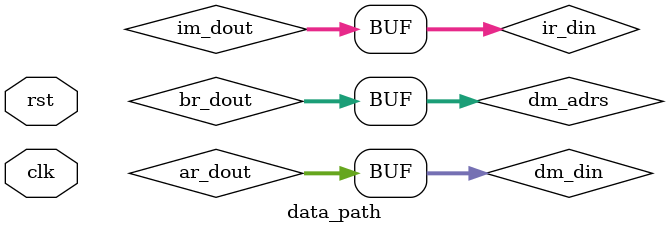
<source format=v>
`timescale 1ns/1ns

/* 課題(2)
	制御信号alu_selを追加
	csgに出力ポートを追加
	aluを追加
	dr_dinに対するマルチプレクサを変更
 */

/* 課題(3)
	制御信号pr_selを追加
	csgに出力ポートを追加
	pr_dinに対するマルチプレクサを追加
 */

module data_path(
	clk, rst
);
	input      clk, rst;
	/*--- instruction fetch ---*/
	wire [3:0] pr_din, pr_dout;
	wire [3:0] im_adrs;
	wire [7:0] im_dout;
	wire [7:0] ir_din, ir_dout;
	/*--- register fetch ---*/
	wire [1:0] gr_a, gr_b;
	wire [3:0] gr_din, gr_dout_a, gr_dout_b;
	wire [3:0] ar_din, ar_dout;
	wire [3:0] br_din, br_dout;
	/*--- execution ---*/
	wire [3:0] dm_adrs, dm_din, dm_dout;
	wire [3:0] dr_din, dr_dout;
	/*--- state register ---*/
	wire [1:0] sr_din, sr_dout;
	/*--- control signal ---*/
	wire       gr_sel, br_sel, dr_sel;
	wire       ir_we, pr_we, gr_we;
	wire       dm_re, dm_we;
	wire[1:0]	 alu_sel;
	wire[3:0]			alu_din1, alu_din2, alu_dout;
	wire				pr_sel;


	/*--- instruction fetch ---*/
	assign pr_din = pr_dout + 4'b0001;
	reg4 pc(.clk(clk), .rst(rst), .we(pr_we), .din(pr_din), .dout(pr_dout));

	assign im_adrs = pr_dout;
	rom im(.adrs(im_adrs), .dout(im_dout));

	assign ir_din = im_dout;
	reg8 ir(.clk(clk), .rst(rst), .we(ir_we), .din(ir_din), .dout(ir_dout));
	/*--- register fetch ---*/
	assign gr_a = (gr_sel == 1'b1) ? ir_dout[3:2] : 2'b00;
	assign gr_b = ir_dout[1:0];
	assign gr_din = dr_dout;
	regf gr(.clk(clk), .we(gr_we), .din(gr_din),
			.a(gr_a), .dout_a(gr_dout_a), .b(gr_b), .dout_b(gr_dout_b));

	assign ar_din = gr_dout_a;
	reg4 ar(.clk(clk), .rst(1'b1), .we(1'b1), .din(ar_din), .dout(ar_dout));

	assign br_din = (br_sel == 1'b1) ? gr_dout_b : ir_dout[3:0];
	reg4 br(.clk(clk), .rst(1'b1), .we(1'b1), .din(br_din), .dout(br_dout));
	/*--- execution ---*/
	assign dm_adrs = br_dout;
	assign dm_din = ar_dout;
	ram dm(.clk(clk), .re(dm_re), .we(dm_we),
		.adrs(dm_adrs), .din(dm_din), .dout(dm_dout));

	assign dr_din = (dr_sel == 1'b1) ? alu_dout : dm_dout;

	reg4 dr(.clk(clk), .rst(1'b1), .we(1'b1), .din(dr_din), .dout(dr_dout));
	/*--- state register ---*/
	assign sr_din = sr_dout + 2'b01;
	reg2 sc(.clk(clk), .rst(rst), .we(1'b1), .din(sr_din), .dout(sr_dout));

	/*--- control signal ---*/
	csg csg(
		.iru(ir_dout[7:4]),  .sr(sr_dout),
		.gr_sel(gr_sel), .br_sel(br_sel), .dr_sel(dr_sel),
		.alu_sel(alu_sel),
		.ir_we(ir_we), .pr_we(pr_we), .gr_we(gr_we),
		.dm_re(dm_re), .dm_we(dm_we),
		.pr_sel(pr_sel));

	


endmodule

</source>
